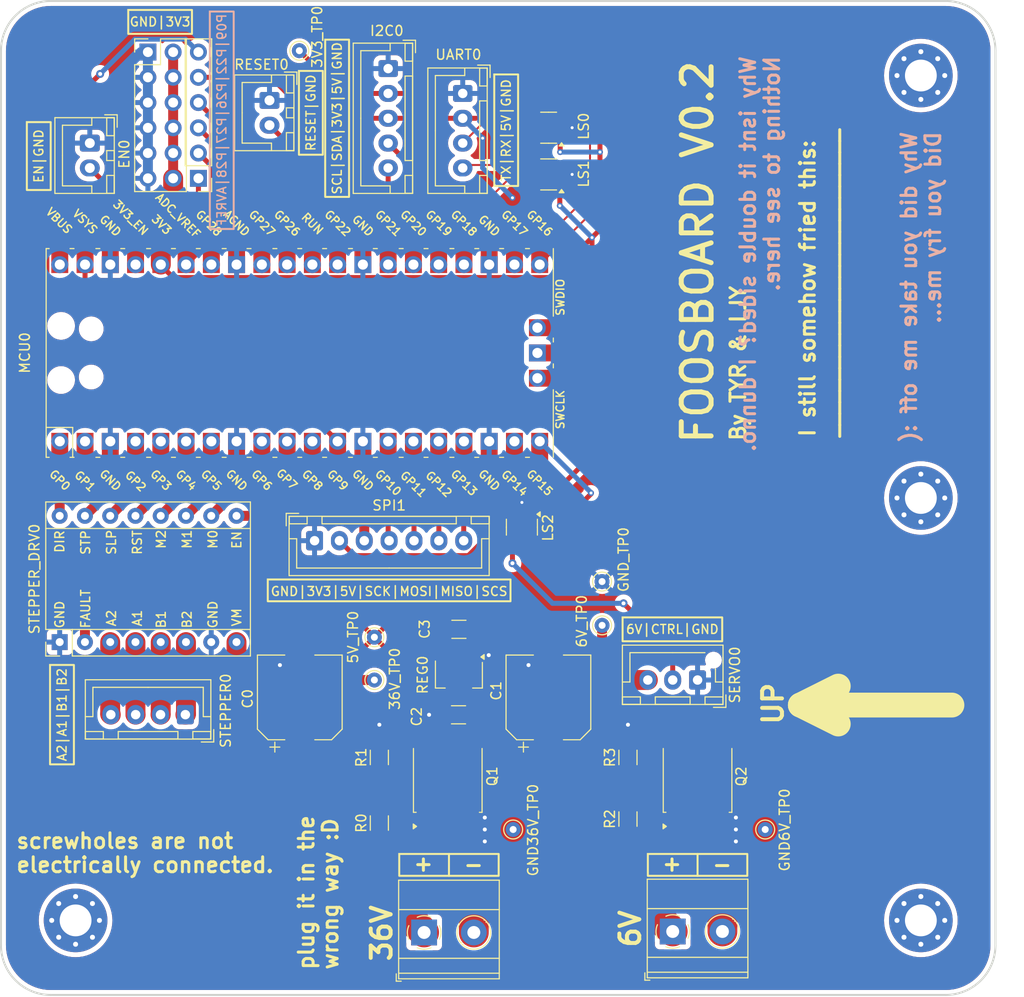
<source format=kicad_pcb>
(kicad_pcb (version 20240108) (generator "pcbnew") (generator_version "8.0")
  (layers (0 "F.Cu" signal) (31 "B.Cu" signal) (34 "B.Paste" user) (35 "F.Paste" user) (36 "B.SilkS" user "B.Silkscreen") (37 "F.SilkS" user "F.Silkscreen") (38 "B.Mask" user) (39 "F.Mask" user) (44 "Edge.Cuts" user))
  (net 0 "")
  (net 1 "+36V")
  (net 2 "GND")
  (net 3 "+6V")
  (net 4 "+5V")
  (net 5 "/DRV_STEP")
  (net 6 "/DRV_A2")
  (net 7 "/DRV_RESET")
  (net 8 "/DRV_EN")
  (net 9 "/DRV_B1")
  (net 10 "/DRV_B2")
  (net 11 "/DRV_SLEEP")
  (net 12 "/DRV_M1")
  (net 13 "/DRV_FAULT")
  (net 14 "/DRV_M0")
  (net 15 "/DRV_A1")
  (net 16 "/DRV_M2")
  (net 17 "/DRV_DIR")
  (net 18 "/EN")
  (net 19 "+3V3")
  (net 20 "/SCL0")
  (net 21 "/SDA0")
  (net 22 "/RX_5V")
  (net 23 "/TX_5V")
  (net 24 "/TX_DIR")
  (net 25 "/TX_3V3")
  (net 26 "/RX_DIR")
  (net 27 "/RX_3V3")
  (net 28 "/SERVO_DIR")
  (net 29 "/SERVO_5V")
  (net 30 "/SERVO_3V3")
  (net 31 "/GPIO9")
  (net 32 "/ADC0")
  (net 33 "/ADC1")
  (net 34 "/ADC2")
  (net 35 "/GPIO22")
  (net 36 "/MISO1")
  (net 37 "/ADC_VREF")
  (net 38 "/MOSI1")
  (net 39 "/SCK1")
  (net 40 "/RESET")
  (net 41 "/SCS1")
  (net 42 "GND36V")
  (net 43 "GND6V")
  (net 44 "Net-(Q1-G)")
  (net 45 "Net-(Q2-G)")
  (footprint "TestPoint:TestPoint_THTPad_D1.5mm_Drill0.7mm" (layer "F.Cu") (at 30 5)
    (property "Reference" "3V3_TP0")
    (property "Value" "TestPoint_Probe")
  )
  (footprint "Resistor_SMD:R_1206_3216Metric_Pad1.30x1.75mm_HandSolder" (layer "F.Cu") (at 63.0468 82.305 90)
    (property "Reference" "R2")
    (property "Value" "100kR")
  )
  (footprint "TestPoint:TestPoint_THTPad_D1.5mm_Drill0.7mm" (layer "F.Cu") (at 60.4418 58.41 -90)
    (property "Reference" "GND_TP0")
    (property "Value" "TestPoint_Probe")
  )
  (footprint "Package_TO_SOT_SMD:SOT-89-3" (layer "F.Cu") (at 46.0468 67.765 -90)
    (property "Reference" "REG0")
    (property "Value" "ME6210A50PG")
  )
  (footprint "Package_TO_SOT_SMD:SOT-23-6" (layer "F.Cu") (at 55.0693 12.75 180)
    (property "Reference" "LS0")
    (property "Value" "SN74LVC1T45DBV")
  )
  (footprint "Connector_JST:JST_XH_B3B-XH-AM_1x03_P2.50mm_Vertical" (layer "F.Cu") (at 70.0468 68.315 180)
    (property "Reference" "SERVO0")
    (property "Value" "Conn_01x03")
  )
  (footprint "Package_TO_SOT_SMD:TO-252-2" (layer "F.Cu") (at 70.0468 78.315 90)
    (property "Reference" "Q2")
    (property "Value" "FQD50N06")
  )
  (footprint "TestPoint:TestPoint_THTPad_D1.5mm_Drill0.7mm" (layer "F.Cu") (at 51.5 83.355)
    (property "Reference" "GND36V_TP0")
    (property "Value" "TestPoint_Probe")
  )
  (footprint "TerminalBlock_Phoenix:TerminalBlock_Phoenix_MKDS-1,5-2_1x02_P5.00mm_Horizontal" (layer "F.Cu") (at 67.5468 93.615)
    (property "Reference" "6VIN_0")
    (property "Value" "Screw_Terminal_01x02")
  )
  (footprint "Capacitor_SMD:C_1206_3216Metric_Pad1.33x1.80mm_HandSolder" (layer "F.Cu") (at 46.0468 63.215)
    (property "Reference" "C3")
    (property "Value" "10uF")
  )
  (footprint "MountingHole:MountingHole_3.2mm_M3_Pad_Via" (layer "F.Cu") (at 7.5 92.5)
    (property "Reference" "H4")
    (property "Value" "MountingHole_Pad")
  )
  (footprint "Resistor_SMD:R_1206_3216Metric_Pad1.30x1.75mm_HandSolder" (layer "F.Cu") (at 38.0468 82.705 90)
    (property "Reference" "R0")
    (property "Value" "100kR")
  )
  (footprint "RP-Pico Libraries:RPi_Pico_SMD_TH" (layer "F.Cu") (at 30.0418 35.41 90)
    (property "Reference" "MCU0")
    (property "Value" "Pico")
  )
  (footprint "Connector_JST:JST_XH_B2B-XH-A_1x02_P2.50mm_Vertical" (layer "F.Cu") (at 27 10 -90)
    (property "Reference" "RESET0")
    (property "Value" "Conn_01x02")
  )
  (footprint "Connector_PinHeader_2.54mm:PinHeader_2x06_P2.54mm_Vertical" (layer "F.Cu") (at 14.7718 5.14)
    (property "Reference" "3V3OUT_0" (hide yes))
    (property "Value" "Conn_02x06_Odd_Even")
  )
  (footprint "MountingHole:MountingHole_3.2mm_M3_Pad_Via" (layer "F.Cu") (at 92.5 92.5)
    (property "Reference" "H3")
    (property "Value" "MountingHole_Pad")
  )
  (footprint "Connector_JST:JST_XH_B4B-XH-A_1x04_P2.50mm_Vertical" (layer "F.Cu") (at 46.4318 9.3 -90)
    (property "Reference" "UART0")
    (property "Value" "Conn_01x04")
  )
  (footprint "Connector_JST:JST_XH_B2B-XH-A_1x02_P2.50mm_Vertical" (layer "F.Cu") (at 8.9318 14.3 -90)
    (property "Reference" "EN0")
    (property "Value" "Conn_01x02")
  )
  (footprint "Capacitor_SMD:C_1206_3216Metric_Pad1.33x1.80mm_HandSolder" (layer "F.Cu") (at 46.0093 71.815 180)
    (property "Reference" "C2")
    (property "Value" "10uF")
  )
  (footprint "Connector_JST:JST_XH_B4B-XH-A_1x04_P2.50mm_Vertical" (layer "F.Cu") (at 18.5418 71.8 180)
    (property "Reference" "STEPPER0")
    (property "Value" "Conn_01x04")
  )
  (footprint "Module:Pololu_Breakout-16_15.2x20.3mm" (layer "F.Cu") (at 5.9018 64.5 90)
    (property "Reference" "STEPPER_DRV0")
    (property "Value" "Pololu_Breakout_DRV8825")
  )
  (footprint "Connector_PinHeader_2.54mm:PinHeader_1x06_P2.54mm_Vertical" (layer "F.Cu") (at 19.8518 17.84 180)
    (property "Reference" "MISC0" (hide yes))
    (property "Value" "Conn_01x06")
  )
  (footprint "MountingHole:MountingHole_3.2mm_M3_Pad_Via" (layer "F.Cu") (at 92.5 7.5)
    (property "Reference" "H1")
    (property "Value" "MountingHole_Pad")
  )
  (footprint "TerminalBlock_Phoenix:TerminalBlock_Phoenix_MKDS-1,5-2_1x02_P5.00mm_Horizontal" (layer "F.Cu") (at 42.5468 93.715)
    (property "Reference" "36VIN_0")
    (property "Value" "Screw_Terminal_01x02")
  )
  (footprint "TestPoint:TestPoint_THTPad_D1.5mm_Drill0.7mm" (layer "F.Cu") (at 37.5468 68.315 90)
    (property "Reference" "36V_TP0")
    (property "Value" "TestPoint_Probe")
  )
  (footprint "TestPoint:TestPoint_THTPad_D1.5mm_Drill0.7mm" (layer "F.Cu") (at 60.4468 62.815 90)
    (property "Reference" "6V_TP0")
    (property "Value" "TestPoint_Probe")
  )
  (footprint "Capacitor_SMD:CP_Elec_8x10" (layer "F.Cu") (at 55.0468 70.065 90)
    (property "Reference" "C1")
    (property "Value" "100uF")
  )
  (footprint "Package_TO_SOT_SMD:TO-252-2" (layer "F.Cu") (at 44.9268 78.315 90)
    (property "Reference" "Q1")
    (property "Value" "FQD50N06")
  )
  (footprint "TestPoint:TestPoint_THTPad_D1.5mm_Drill0.7mm" (layer "F.Cu") (at 37.5468 64.01 90)
    (property "Reference" "5V_TP0")
    (property "Value" "TestPoint_Probe")
  )
  (footprint "MountingHole:MountingHole_3.2mm_M3_Pad_Via" (layer "F.Cu") (at 92.5 50)
    (property "Reference" "H2")
    (property "Value" "MountingHole_Pad")
  )
  (footprint "Resistor_SMD:R_1206_3216Metric_Pad1.30x1.75mm_HandSolder" (layer "F.Cu") (at 38.0468 76.105 90)
    (property "Reference" "R1")
    (property "Value" "6.2kR")
  )
  (footprint "Resistor_SMD:R_1206_3216Metric_Pad1.30x1.75mm_HandSolder" (layer "F.Cu") (at 63.0468 76.105 90)
    (property "Reference" "R3")
    (property "Value" "51kR")
  )
  (footprint "Connector_JST:JST_XH_B7B-XH-A_1x07_P2.50mm_Vertical" (layer "F.Cu") (at 31.5318 54.3)
    (property "Reference" "SPI1")
    (property "Value" "Conn_01x07")
  )
  (footprint "TestPoint:TestPoint_THTPad_D1.5mm_Drill0.7mm" (layer "F.Cu") (at 76.8468 83.355)
    (property "Reference" "GND6V_TP0")
    (property "Value" "TestPoint_Probe")
  )
  (footprint "Connector_JST:JST_XH_B5B-XH-A_1x05_P2.50mm_Vertical" (layer "F.Cu") (at 38.9318 6.8 -90)
    (property "Reference" "I2C0")
    (property "Value" "Conn_01x05")
  )
  (footprint "Package_TO_SOT_SMD:SOT-23-6" (layer "F.Cu") (at 55.0693 17.45 180)
    (property "Reference" "LS1")
    (property "Value" "SN74LVC1T45DBV")
  )
  (footprint "Capacitor_SMD:CP_Elec_8x10" (layer "F.Cu") (at 30.0468 70.065 90)
    (property "Reference" "C0")
    (property "Value" "100uF")
  )
  (footprint "Package_TO_SOT_SMD:SOT-23-6" (layer "F.Cu") (at 52.3818 52.9375 -90)
    (property "Reference" "LS2")
    (property "Value" "SN74LVC1T45DBV" (hide yes))
  )
  (gr_rect (start 65.0468 85.815) (end 75.0468 88.015) (stroke (width 0.2)) (fill none) (layer "F.SilkS"))
  (gr_rect (start 40.0468 85.815) (end 50.0468 88.015) (stroke (width 0.2)) (fill none) (layer "F.SilkS"))
  (gr_line (start 45.0468 88.015) (end 45.0468 85.815) (stroke (width 0.2)) (layer "F.SilkS"))
  (gr_line (start 70.0468 88.015) (end 70.0468 85.815) (stroke (width 0.2)) (layer "F.SilkS"))
  (gr_arc (start 95 0) (mid 98.535534 1.464466) (end 100 5) (stroke (width 0.2)) (layer "Edge.Cuts"))
  (gr_arc (start 0 5) (mid 1.464466 1.464466) (end 5 0) (stroke (width 0.2)) (layer "Edge.Cuts"))
  (gr_arc (start 5 100) (mid 1.464466 98.535534) (end 0 95) (stroke (width 0.2)) (layer "Edge.Cuts"))
  (gr_line (start 0 95) (end 0 5) (stroke (width 0.2)) (layer "Edge.Cuts"))
  (gr_line (start 95 100) (end 5 100) (stroke (width 0.2)) (layer "Edge.Cuts"))
  (gr_line (start 100 5) (end 100 95) (stroke (width 0.2)) (layer "Edge.Cuts"))
  (gr_arc (start 100 95) (mid 98.535534 98.535534) (end 95 100) (stroke (width 0.2)) (layer "Edge.Cuts"))
  (gr_line (start 5 0) (end 95 0) (stroke (width 0.2)) (layer "Edge.Cuts"))
  (gr_text "Why isnt it double sided? I dunno.\nNothing to see here." (at 78.4 5.4 90) (layer "B.SilkS") (effects (font (size 1.5 1.5) (thickness 0.3) (bold yes)) (justify left bottom mirror)))
  (gr_text "Why did you take me off :(\nDid you fry me..." (at 94.6 13 90) (layer "B.SilkS") (effects (font (size 1.5 1.5) (thickness 0.3) (bold yes)) (justify left bottom mirror)))
  (gr_text "By TYR & LJY" (at 75 44.4 90) (layer "F.SilkS") (effects (font (size 1.5 1.5) (thickness 0.3) (bold yes)) (justify left bottom)))
  (gr_text "M0" (at 21.8318 55.2 90) (layer "F.SilkS") (effects (font (size 0.9 0.9)) (justify left bottom)))
  (gr_text "UP" (at 78.8 73 90) (layer "F.SilkS") (effects (font (size 2 2) (thickness 0.4) (bold yes)) (justify left bottom)))
  (gr_text "FAULT" (at 9.0318 63.2 90) (layer "F.SilkS") (effects (font (size 0.9 0.9)) (justify left bottom)))
  (gr_text "+" (at 43.2468 88.015 90) (layer "F.SilkS") (effects (font (size 1.5 1.5) (thickness 0.3) (bold yes)) (justify left bottom)))
  (gr_text "I still somehow fried this:\n___________________________" (at 84.4 44 90) (layer "F.SilkS") (effects (font (size 1.5 1.5) (thickness 0.3) (bold yes)) (justify left bottom)))
  (gr_text "EN" (at 24.2318 55.2 90) (layer "F.SilkS") (effects (font (size 0.9 0.9)) (justify left bottom)))
  (gr_text "FOOSBOARD V0.2" (at 71.8 44.8 90) (layer "F.SilkS") (effects (font (size 3 3) (thickness 0.5) (bold yes)) (justify left bottom)))
  (gr_text "M2" (at 16.6318 55.2 90) (layer "F.SilkS") (effects (font (size 0.9 0.9)) (justify left bottom)))
  (gr_text "36V\n" (at 39.4468 96.815 90) (layer "F.SilkS") (effects (font (size 2 2) (thickness 0.4) (bold yes)) (justify left bottom)))
  (gr_text "-" (at 48.6468 86.215 180) (layer "F.SilkS") (effects (font (size 1.5 1.5) (thickness 0.3) (bold yes)) (justify left bottom)))
  (gr_text "GND" (at 21.8318 63.2 90) (layer "F.SilkS") (effects (font (size 0.9 0.9)) (justify left bottom)))
  (gr_text "-" (at 73.6468 86.215 180) (layer "F.SilkS") (effects (font (size 1.5 1.5) (thickness 0.3) (bold yes)) (justify left bottom)))
  (gr_text "GND" (at 6.4318 63.2 90) (layer "F.SilkS") (effects (font (size 0.9 0.9)) (justify left bottom)))
  (gr_text "RST" (at 14.2318 55.8 90) (layer "F.SilkS") (effects (font (size 0.9 0.9)) (justify left bottom)))
  (gr_text "SLP" (at 11.6318 55.8 90) (layer "F.SilkS") (effects (font (size 0.9 0.9)) (justify left bottom)))
  (gr_text "screwholes are not\nelectrically connected." (at 1.4 87.8 0) (layer "F.SilkS") (effects (font (size 1.5 1.5) (thickness 0.3)) (justify left bottom)))
  (gr_text "A2" (at 11.6318 63 90) (layer "F.SilkS") (effects (font (size 0.9 0.9)) (justify left bottom)))
  (gr_text "B1" (at 16.6318 63.2 90) (layer "F.SilkS") (effects (font (size 0.9 0.9)) (justify left bottom)))
  (gr_text "B2" (at 19.2318 63.2 90) (layer "F.SilkS") (effects (font (size 0.9 0.9)) (justify left bottom)))
  (gr_text "↑" (at 98.2 63 90) (layer "F.SilkS") (effects (font (size 20 10) (thickness 2.5) (bold yes)) (justify left bottom mirror)))
  (gr_text "plug it in the\nwrong way :D" (at 34 97.6 90) (layer "F.SilkS") (effects (font (size 1.5 1.5) (thickness 0.3)) (justify left bottom)))
  (gr_text "M1" (at 19.2318 55.2 90) (layer "F.SilkS") (effects (font (size 0.9 0.9)) (justify left bottom)))
  (gr_text "STP" (at 9.0318 55.8 90) (layer "F.SilkS") (effects (font (size 0.9 0.9)) (justify left bottom)))
  (gr_text "A1" (at 14.2318 63 90) (layer "F.SilkS") (effects (font (size 0.9 0.9)) (justify left bottom)))
  (gr_text "+" (at 68.2468 88.015 90) (layer "F.SilkS") (effects (font (size 1.5 1.5) (thickness 0.3) (bold yes)) (justify left bottom)))
  (gr_text "6V\n" (at 64.4468 95.415 90) (layer "F.SilkS") (effects (font (size 2 2) (thickness 0.4) (bold yes)) (justify left bottom)))
  (gr_text "DIR" (at 6.4318 55.6 90) (layer "F.SilkS") (effects (font (size 0.9 0.9)) (justify left bottom)))
  (gr_text "VM" (at 24.2318 63 90) (layer "F.SilkS") (effects (font (size 0.9 0.9)) (justify left bottom)))
  (gr_text_box "P09|P22|P26|P27|P28|AVREF" (start 21 1.0619) (end 23.4 22.9381) (angle 90) (layer "B.SilkS") (effects (font (size 0.9 0.9) (thickness 0.15) (bold yes)) (justify top mirror)) (border yes) (stroke (width 0.2)))
  (gr_text_box "GND|3V3" (start 12.7959 0.9) (end 19.2041 3.31) (layer "F.SilkS") (effects (font (size 0.9 0.9) (thickness 0.15) (bold yes)) (justify top)) (border yes) (stroke (width 0.2)))
  (gr_text_box "6V|CTRL|GND" (start 62.507 62.015) (end 72.523 64.415) (layer "F.SilkS") (effects (font (size 0.9 0.9) (thickness 0.15) (bold yes)) (justify top)) (border yes) (stroke (width 0.2)))
  (gr_text_box "SCL|SDA|3V3|5V|GND" (start 32.6 3.8904) (end 35 19.7096) (angle 90) (layer "F.SilkS") (effects (font (size 0.9 0.9) (thickness 0.15) (bold yes)) (justify top)) (border yes) (stroke (width 0.2)))
  (gr_text_box "GND|3V3|5V|SCK|MOSI|MISO|SCS" (start 26.8278 58.2) (end 51.2358 60.392) (layer "F.SilkS") (effects (font (size 0.9 0.9) (thickness 0.15) (bold yes)) (justify top)) (border yes) (stroke (width 0.2)))
  (gr_text_box "TX|RX|5V|GND" (start 49.6 7.3904) (end 52 18.6096) (angle 90) (layer "F.SilkS") (effects (font (size 0.9 0.9) (thickness 0.15) (bold yes)) (justify top)) (border yes) (stroke (width 0.2)))
  (gr_text_box "RESET|GND" (start 29.96 7.0341) (end 32.36 15.4659) (angle 90) (layer "F.SilkS") (effects (font (size 0.9 0.9) (thickness 0.15) (bold yes)) (justify top)) (border yes) (stroke (width 0.2)))
  (gr_text_box "EN|GND" (start 2.6 12.1841) (end 5 19.0159) (angle 90) (layer "F.SilkS") (effects (font (size 0.9 0.9) (thickness 0.15) (bold yes)) (justify top)) (border yes) (stroke (width 0.2)))
  (gr_text_box "A2|A1|B1|B2" (start 4.9318 66.8) (end 7.3318 76.8) (angle 90) (layer "F.SilkS") (effects (font (size 0.9 0.9) (thickness 0.15) (bold yes)) (justify top)) (border yes) (stroke (width 0.2)))
  (segment (start 30.0468 78.215) (end 30.3968 78.565) (width 3) (layer "F.Cu") (net 1))
  (segment (start 37.5468 68.315) (end 35.0468 68.315) (width 1) (layer "F.Cu") (net 1))
  (segment (start 36.0868 84.255) (end 30.3968 78.565) (width 3) (layer "F.Cu") (net 1))
  (segment (start 38.0468 89.215) (end 38.0468 84.255) (width 3) (layer "F.Cu") (net 1))
  (segment (start 42.5468 93.715) (end 38.0468 89.215) (width 3) (layer "F.Cu") (net 1))
  (segment (start 35.0468 68.315) (end 30.0468 73.315) (width 1) (layer "F.Cu") (net 1))
  (segment (start 38.0468 84.255) (end 36.0868 84.255) (width 3) (layer "F.Cu") (net 1))
  (segment (start 30.0468 73.315) (end 30.0468 78.215) (width 3) (layer "F.Cu") (net 1))
  (segment (start 23.6818 66.95) (end 30.0468 73.315) (width 2) (layer "F.Cu") (net 1))
  (segment (start 23.6818 64.5) (end 23.6818 66.95) (width 2) (layer "F.Cu") (net 1))
  (segment (start 73.7 82.155) (end 73.9 82.155) (width 2) (layer "F.Cu") (net 2))
  (segment (start 30.0468 66.815) (end 28.0468 66.815) (width 1) (layer "F.Cu") (net 2))
  (segment (start 47.25 83.355) (end 48.45 82.155) (width 2) (layer "F.Cu") (net 2))
  (segment (start 47.5468 65.815) (end 49.0468 65.815) (width 1) (layer "F.Cu") (net 2))
  (segment (start 47.5468 65.815) (end 47.5468 63.2775) (width 1) (layer "F.Cu") (net 2))
  (segment (start 47.25 83.355) (end 48.45 84.555) (width 2) (layer "F.Cu") (net 2))
  (segment (start 56.2068 17.45) (end 57.4318 17.45) (width 0.5) (layer "F.Cu") (net 2))
  (segment (start 63.0468 74.555) (end 63.0468 72.815) (width 1) (layer "F.Cu") (net 2))
  (segment (start 47.25 83.355) (end 48.65 83.355) (width 2) (layer "F.Cu") (net 2))
  (segment (start 72.5 83.355) (end 73.7 84.555) (width 2) (layer "F.Cu") (net 2))
  (segment (start 73.9 82.155) (end 73.9 84.555) (width 2) (layer "F.Cu") (net 2))
  (segment (start 55.0468 66.815) (end 53.0468 66.815) (width 1) (layer "F.Cu") (net 2))
  (segment (start 48.45 82.155) (end 48.65 82.155) (width 2) (layer "F.Cu") (net 2))
  (segment (start 52.3818 50.45) (end 52.3818 51.8) (width 0.5) (layer "F.Cu") (net 2))
  (segment (start 72.5 83.355) (end 73.7 82.155) (width 2) (layer "F.Cu") (net 2))
  (segment (start 73.7 84.555) (end 73.9 84.555) (width 2) (layer "F.Cu") (net 2))
  (segment (start 44.4468 71.815) (end 43.0468 71.815) (width 1) (layer "F.Cu") (net 2))
  (segment (start 72.5 83.355) (end 73.9 83.355) (width 2) (layer "F.Cu") (net 2))
  (segment (start 48.65 82.155) (end 48.65 84.555) (width 2) (layer "F.Cu") (net 2))
  (segment (start 48.45 84.555) (end 48.65 84.555) (width 2) (layer "F.Cu") (net 2))
  (segment (start 38.0468 74.555) (end 38.0468 72.815) (width 1) (layer "F.Cu") (net 2))
  (segment (start 56.2068 12.75) (end 57.4318 12.75) (width 0.5) (layer "F.Cu") (net 2))
  (segment (start 47.5468 63.2775) (end 47.6093 63.215) (width 1) (layer "F.Cu") (net 2))
  (via (at 73.9 84.555) (size 0.8) (drill 0.4) (layers "F.Cu" "B.Cu") (net 2))
  (via (at 57.4318 17.45) (size 0.6) (drill 0.3) (layers "F.Cu" "B.Cu") (net 2))
  (via (at 63.0468 72.815) (size 0.8) (drill 0.4) (layers "F.Cu" "B.Cu") (net 2))
  (via (at 28.0468 66.815) (size 0.8) (drill 0.4) (layers "F.Cu" "B.Cu") (net 2))
  (via (at 52.3818 50.45) (size 0.6) (drill 0.3) (layers "F.Cu" "B.Cu") (net 2))
  (via (at 57.4318 12.75) (size 0.6) (drill 0.3) (layers "F.Cu" "B.Cu") (net 2))
  (via (at 73.9 83.355) (size 0.8) (drill 0.4) (layers "F.Cu" "B.Cu") (net 2))
  (via (at 48.65 83.355) (size 0.8) (drill 0.4) (layers "F.Cu" "B.Cu") (net 2))
  (via (at 43.0468 71.815) (size 0.8) (drill 0.4) (layers "F.Cu" "B.Cu") (net 2))
  (via (at 48.65 82.155) (size 0.8) (drill 0.4) (layers "F.Cu" "B.Cu") (net 2))
  (via (at 53.0468 66.815) (size 0.8) (drill 0.4) (layers "F.Cu" "B.Cu") (net 2))
  (via (at 38.0468 72.815) (size 0.8) (drill 0.4) (layers "F.Cu" "B.Cu") (net 2))
  (via (at 73.9 82.155) (size 0.8) (drill 0.4) (layers "F.Cu" "B.Cu") (net 2))
  (via (at 49.0468 65.815) (size 0.8) (drill 0.4) (layers "F.Cu" "B.Cu") (net 2))
  (via (at 48.65 84.555) (size 0.8) (drill 0.4) (layers "F.Cu" "B.Cu") (net 2))
  (segment (start 14.7718 5.14) (end 14.7718 17.84) (width 1) (layer "B.Cu") (net 2))
  (segment (start 14.0918 5.14) (end 12.4318 6.8) (width 1) (layer "B.Cu") (net 2))
  (segment (start 14.7718 5.14) (end 14.0918 5.14) (width 1) (layer "B.Cu") (net 2))
  (segment (start 60.0468 68.315) (end 55.0468 73.315) (width 2) (layer "F.Cu") (net 3))
  (segment (start 46.0468 70.29) (end 47.5718 71.815) (width 1) (layer "F.Cu") (net 3))
  (segment (start 60.4468 67.915) (end 60.0468 68.315) (width 1) (layer "F.Cu") (net 3))
  (segment (start 53.5468 71.815) (end 55.0468 73.315) (width 2) (layer "F.Cu") (net 3))
  (segment (start 55.0468 76.73) (end 55.0468 73.315) (width 3) (layer "F.Cu") (net 3))
  (segment (start 60.4468 62.815) (end 60.4468 67.915) (width 1) (layer "F.Cu") (net 3))
  (segment (start 46.0468 65.9025) (end 46.0468 70.29) (width 1) (layer "F.Cu") (net 3))
  (segment (start 62.1718 83.855) (end 55.0468 76.73) (width 3) (layer "F.Cu") (net 3))
  (segment (start 63.0468 89.115) (end 67.5468 93.615) (width 3) (layer "F.Cu") (net 3))
  (segment (start 63.0468 83.855) (end 62.1718 83.855) (width 3) (layer "F.Cu") (net 3))
  (segment (start 63.0468 83.855) (end 63.0468 89.115) (width 3) (layer "F.Cu") (net 3))
  (segment (start 65.0468 68.315) (end 60.0468 68.315) (width 2) (layer "F.Cu") (net 3))
  (segment (start 47.5718 71.815) (end 53.5468 71.815) (width 2) (layer "F.Cu") (net 3))
  (segment (start 36.5318 51.9) (end 34.9318 50.3) (width 1) (layer "F.Cu") (net 4))
  (segment (start 48.5318 13.7) (end 48.4318 13.8) (width 0.5) (layer "F.Cu") (net 4))
  (segment (start 53.3318 54.075) (end 54.9318 52.475) (width 0.5) (layer "F.Cu") (net 4))
  (segment (start 52.8318 18.4) (end 51.4318 19.8) (width 0.5) (layer "F.Cu") (net 4))
  (segment (start 44.5468 65.815) (end 44.5468 63.2775) (width 1) (layer "F.Cu") (net 4))
  (segment (start 36.5318 54.3) (end 36.5318 51.9) (width 1) (layer "F.Cu") (net 4))
  (segment (start 44.5468 63.2775) (end 44.4843 63.215) (width 1) (layer "F.Cu") (net 4))
  (segment (start 54.9318 52.475) (end 54.9318 51.8) (width 0.5) (layer "F.Cu") (net 4))
  (segment (start 53.9318 13.7) (end 48.5318 13.7) (width 0.5) (layer "F.Cu") (net 4))
  (segment (start 53.9318 18.4) (end 52.8318 18.4) (width 0.5) (layer "F.Cu") (net 4))
  (via (at 51.4318 19.8) (size 0.6) (drill 0.3) (layers "F.Cu" "B.Cu") (net 4))
  (via (at 48.4318 13.8) (size 0.6) (drill 0.3) (layers "F.Cu" "B.Cu") (net 4))
  (segment (start 48.4318 16.8) (end 51.4318 19.8) (width 0.5) (layer "B.Cu") (net 4))
  (segment (start 48.4318 13.8) (end 48.4318 16.8) (width 0.5) (layer "B.Cu") (net 4))
  (segment (start 46.4318 11.8) (end 48.4318 13.8) (width 0.5) (layer "B.Cu") (net 4))
  (segment (start 13.5318 44.3) (end 13.5318 46.71) (width 1) (layer "F.Cu") (net 5))
  (segment (start 13.5318 46.71) (end 8.4418 51.8) (width 1) (layer "F.Cu") (net 5))
  (segment (start 10.9818 64.5) (end 10.9818 71.74) (width 2) (layer "F.Cu") (net 6))
  (segment (start 10.9818 71.74) (end 11.0418 71.8) (width 2) (layer "F.Cu") (net 6))
  (segment (start 18.6118 46.71) (end 18.6118 44.3) (width 1) (layer "F.Cu") (net 7))
  (segment (start 13.5218 51.8) (end 18.6118 46.71) (width 1) (layer "F.Cu") (net 7))
  (segment (start 31.3118 44.3) (end 31.3118 46.72) (width 1) (layer "F.Cu") (net 8))
  (segment (start 31.3118 46.72) (end 26.2318 51.8) (width 1) (layer "F.Cu") (net 8))
  (segment (start 26.2318 51.8) (end 23.6818 51.8) (width 1) (layer "F.Cu") (net 8))
  (segment (start 16.0618 71.78) (end 16.0418 71.8) (width 2) (layer "F.Cu") (net 9))
  (segment (start 16.0618 64.5) (end 16.0618 71.78) (width 2) (layer "F.Cu") (net 9))
  (segment (start 18.6018 64.5) (end 18.6018 71.74) (width 2) (layer "F.Cu") (net 10))
  (segment (start 18.6018 71.74) (end 18.5418 71.8) (width 2) (layer "F.Cu") (net 10))
  (segment (start 16.0718 44.3) (end 16.0718 46.71) (width 1) (layer "F.Cu") (net 11))
  (segment (start 16.0718 46.71) (end 10.9818 51.8) (width 1) (layer "F.Cu") (net 11))
  (segment (start 25.0318 48) (end 22.4018 48) (width 1) (layer "F.Cu") (net 12))
  (segment (start 26.2318 44.3) (end 26.2318 46.8) (width 1) (layer "F.Cu") (net 12))
  (segment (start 22.4018 48) (end 18.6018 51.8) (width 1) (layer "F.Cu") (net 12))
  (segment (start 26.2318 46.8) (end 25.0318 48) (width 1) (layer "F.Cu") (net 12))
  (segment (start 3.8318 48.8) (end 5.9118 46.72) (width 1) (layer "F.Cu") (net 13))
  (segment (start 8.4418 64.5) (end 8.4418 62.61) (width 1) (layer "F.Cu") (net 13))
  (segment (start 8.4418 62.61) (end 3.8318 58) (width 1) (layer "F.Cu") (net 13))
  (segment (start 3.8318 58) (end 3.8318 48.8) (width 1) (layer "F.Cu") (net 13))
  (segment (start 5.9118 46.72) (end 5.9118 44.3) (width 1) (layer "F.Cu") (net 13))
  (segment (start 25.6318 49.8) (end 28.7718 46.66) (width 1) (layer "F.Cu") (net 14))
  (segment (start 21.1418 51.8) (end 23.1418 49.8) (width 1) (layer "F.Cu") (net 14))
  (segment (start 28.7718 46.66) (end 28.7718 44.3) (width 1) (layer "F.Cu") (net 14))
  (segment (start 23.1418 49.8) (end 25.6318 49.8) (width 1) (layer "F.Cu") (net 14))
  (segment (start 13.5218 71.78) (end 13.5418 71.8) (width 2) (layer "F.Cu") (net 15))
  (segment (start 13.5218 64.5) (end 13.5218 71.78) (width 2) (layer "F.Cu") (net 15))
  (segment (start 21.1518 46.71) (end 21.1518 44.3) (width 1) (layer "F.Cu") (net 16))
  (segment (start 16.0618 51.8) (end 21.1518 46.71) (width 1) (layer "F.Cu") (net 16))
  (segment (start 8.4518 44.3) (end 8.4518 46.78) (width 1) (layer "F.Cu") (net 17))
  (segment (start 8.4518 46.78) (end 5.9018 49.33) (width 1) (layer "F.Cu") (net 17))
  (segment (start 5.9018 49.33) (end 5.9018 51.8) (width 1) (layer "F.Cu") (net 17))
  (segment (start 13.5318 21.4) (end 13.5318 26.52) (width 0.5) (layer "F.Cu") (net 18))
  (segment (start 8.9318 16.8) (end 13.5318 21.4) (width 0.5) (layer "F.Cu") (net 18))
  (segment (start 60.2318 23) (end 60.2318 15.2) (width 0.5) (layer "F.Cu") (net 19))
  (segment (start 52.831799 52.9625) (end 49.832778 52.9625) (width 0.5) (layer "F.Cu") (net 19))
  (segment (start 41.7318 9.3) (end 45.2318 5.8) (width 0.5) (layer "F.Cu") (net 19))
  (segment (start 53.3318 51.8) (end 53.3318 52.462499) (width 0.5) (layer "F.Cu") (net 19))
  (segment (start 56.2318 13.725) (end 56.2068 13.7) (width 0.5) (layer "F.Cu") (net 19))
  (segment (start 53.3318 51.8) (end 59.4318 45.7) (width 0.5) (layer "F.Cu") (net 19))
  (segment (start 53.3318 52.462499) (end 52.831799 52.9625) (width 0.5) (layer "F.Cu") (net 19))
  (segment (start 17.3118 20.98) (end 16.0718 22.22) (width 2) (layer "F.Cu") (net 19))
  (segment (start 16.0718 22.22) (end 16.0718 26.52) (width 2) (layer "F.Cu") (net 19))
  (segment (start 38.9318 9.3) (end 41.7318 9.3) (width 0.5) (layer "F.Cu") (net 19))
  (segment (start 16.0718 24.66) (end 16.0718 26.58) (width 0.5) (layer "F.Cu") (net 19))
  (segment (start 46.995278 55.8) (end 35.5318 55.8) (width 0.5) (layer "F.Cu") (net 19))
  (segment (start 59.4318 45.7) (end 59.4318 23.8) (width 0.5) (layer "F.Cu") (net 19))
  (segment (start 35.5318 55.8) (end 34.0318 54.3) (width 0.5) (layer "F.Cu") (net 19))
  (segment (start 17.3118 27.82) (end 55.4118 27.82) (width 0.5) (layer "F.Cu") (net 19))
  (segment (start 17.3118 17.84) (end 17.3118 20.98) (width 2) (layer "F.Cu") (net 19))
  (segment (start 53.0318 5.8) (end 60.2318 13) (width 0.5) (layer "F.Cu") (net 19))
  (segment (start 49.832778 52.9625) (end 46.995278 55.8) (width 0.5) (layer "F.Cu") (net 19))
  (segment (start 59.4318 23.8) (end 60.2318 23) (width 0.5) (layer "F.Cu") (net 19))
  (segment (start 56.2318 15.2) (end 56.2318 13.725) (width 0.5) (layer "F.Cu") (net 19))
  (segment (start 56.194658 20.599391) (end 56.194658 18.412142) (width 0.5) (layer "F.Cu") (net 19))
  (segment (start 16.0718 26.58) (end 17.3118 27.82) (width 0.5) (layer "F.Cu") (net 19))
  (segment (start 45.2318 5.8) (end 53.0318 5.8) (width 0.5) (layer "F.Cu") (net 19))
  (segment (start 38.9318 9.3) (end 34.3 9.3) (width 0.5) (layer "F.Cu") (net 19))
  (segment (start 17.3118 5.14) (end 17.3118 17.84) (width 1) (layer "F.Cu") (net 19))
  (segment (start 16.0718 26.52) (end 16.0718 24.66) (width 0.5) (layer "F.Cu") (net 19))
  (segment (start 34.3 9.3) (end 30 5) (width 0.5) (layer "F.Cu") (net 19))
  (segment (start 56.194658 18.412142) (end 56.2068 18.4) (width 0.5) (layer "F.Cu") (net 19))
  (segment (start 60.2318 13) (end 60.2318 15.2) (width 0.5) (layer "F.Cu") (net 19))
  (segment (start 55.4118 27.82) (end 59.4318 23.8) (width 0.5) (layer "F.Cu") (net 19))
  (via (at 56.2318 15.2) (size 0.6) (drill 0.3) (layers "F.Cu" "B.Cu") (net 19))
  (via (at 59.4318 23.8) (size 0.6) (drill 0.3) (layers "F.Cu" "B.Cu") (net 19))
  (via (at 56.194658 20.599391) (size 0.6) (drill 0.3) (layers "F.Cu" "B.Cu") (net 19))
  (via (at 60.2318 15.2) (size 0.6) (drill 0.3) (layers "F.Cu" "B.Cu") (net 19))
  (segment (start 60.2318 15.2) (end 56.2318 15.2) (width 0.5) (layer "B.Cu") (net 19))
  (segment (start 59.4318 23.8) (end 56.2318 20.6) (width 0.5) (layer "B.Cu") (net 19))
  (segment (start 38.9318 26.52) (end 38.9318 16.8) (width 0.5) (layer "F.Cu") (net 20))
  (segment (start 41.4718 26.52) (end 41.4718 16.84) (width 0.5) (layer "F.Cu") (net 21))
  (segment (start 41.4718 16.84) (end 38.9318 14.3) (width 0.5) (layer "F.Cu") (net 21))
  (segment (start 53.9318 16.5) (end 46.7318 16.5) (width 0.2) (layer "F.Cu") (net 22))
  (segment (start 46.7318 16.5) (end 46.4318 16.8) (width 0.2) (layer "F.Cu") (net 22))
  (segment (start 48.9318 11.8) (end 53.9318 11.8) (width 0.2) (layer "F.Cu") (net 23))
  (segment (start 46.4318 14.3) (end 48.9318 11.8) (width 0.2) (layer "F.Cu") (net 23))
  (segment (start 55.0818 13.237501) (end 55.0818 19.15) (width 0.2) (layer "F.Cu") (net 24))
  (segment (start 46.5518 24.96) (end 46.5518 26.52) (width 0.2) (layer "F.Cu") (net 24))
  (segment (start 54.594299 12.75) (end 55.0818 13.237501) (width 0.2) (layer "F.Cu") (net 24))
  (segment (start 55.0818 19.15) (end 50.838748 23.393052) (width 0.2) (layer "F.Cu") (net 24))
  (segment (start 50.838748 23.393052) (end 48.118748 23.393052) (width 0.2) (layer "F.Cu") (net 24))
  (segment (start 48.118748 23.393052) (end 46.5518 24.96) (width 0.2) (layer "F.Cu") (net 24))
  (segment (start 53.9318 12.75) (end 54.594299 12.75) (width 0.2) (layer "F.Cu") (net 24))
  (segment (start 57.330329 11.8) (end 59.2318 13.701471) (width 0.2) (layer "F.Cu") (net 25))
  (segment (start 59.2318 13.701471) (end 59.2318 21.46) (width 0.2) (layer "F.Cu") (net 25))
  (segment (start 56.2068 11.8) (end 57.330329 11.8) (width 0.2) (layer "F.Cu") (net 25))
  (segment (start 59.2318 21.46) (end 54.1718 26.52) (width 0.2) (layer "F.Cu") (net 25))
  (segment (start 44.0118 24.96) (end 44.0118 26.52) (width 0.2) (layer "F.Cu") (net 26))
  (segment (start 51.5218 17.45) (end 44.0118 24.96) (width 0.2) (layer "F.Cu") (net 26))
  (segment (start 53.9318 17.45) (end 51.5218 17.45) (width 0.2) (layer "F.Cu") (net 26))
  (segment (start 57.9318 16.5) (end 58.4318 17) (width 0.2) (layer "F.Cu") (net 27))
  (segment (start 56.2068 16.5) (end 57.9318 16.5) (width 0.2) (layer "F.Cu") (net 27))
  (segment (start 55.6318 23) (end 52.8318 23) (width 0.2) (layer "F.Cu") (net 27))
  (segment (start 52.8318 23) (end 51.6318 24.2) (width 0.2) (layer "F.Cu") (net 27))
  (segment (start 58.4318 20.2) (end 55.6318 23) (width 0.2) (layer "F.Cu") (net 27))
  (segment (start 58.4318 17) (end 58.4318 20.2) (width 0.2) (layer "F.Cu") (net 27))
  (segment (start 51.6318 24.2) (end 51.6318 26.52) (width 0.2) (layer "F.Cu") (net 27))
  (segment (start 52.8693 55.1875) (end 52.3818 54.7) (width 0.5) (layer "F.Cu") (net 28))
  (segment (start 52.3818 54.7) (end 52.3818 54.075) (width 0.5) (layer "F.Cu") (net 28))
  (segment (start 59.3318 49.590184) (end 53.734484 55.1875) (width 0.5) (layer "F.Cu") (net 28))
  (segment (start 59.3318 49.5) (end 59.3318 49.590184) (width 0.5) (layer "F.Cu") (net 28))
  (segment (start 53.734484 55.1875) (end 52.8693 55.1875) (width 0.5) (layer "F.Cu") (net 28))
  (via (at 59.3318 49.5) (size 0.6) (drill 0.3) (layers "F.Cu" "B.Cu") (net 28))
  (segment (start 59.3318 49.5) (end 59.3318 49.46) (width 0.5) (layer "B.Cu") (net 28))
  (segment (start 59.3318 49.46) (end 54.1718 44.3) (width 0.5) (layer "B.Cu") (net 28))
  (segment (start 62.6 60.6) (end 67.5468 65.5468) (width 0.5) (layer "F.Cu") (net 29))
  (segment (start 51.4318 56.5682) (end 51.4318 54.075) (width 0.5) (layer "F.Cu") (net 29))
  (segment (start 67.5468 65.5468) (end 67.5468 68.315) (width 0.5) (layer "F.Cu") (net 29))
  (via (at 51.4318 56.5682) (size 0.8) (drill 0.4) (layers "F.Cu" "B.Cu") (net 29))
  (via (at 62.6 60.6) (size 0.8) (drill 0.4) (layers "F.Cu" "B.Cu") (net 29))
  (segment (start 55.4636 60.6) (end 62.6 60.6) (width 0.5) (layer "B.Cu") (net 29))
  (segment (start 51.4318 56.5682) (end 55.4636 60.6) (width 0.5) (layer "B.Cu") (net 29))
  (segment (start 51.4318 51.8) (end 51.4318 44.5) (width 0.5) (layer "F.Cu") (net 30))
  (segment (start 51.4318 44.5) (end 51.6318 44.3) (width 0.5) (layer "F.Cu") (net 30))
  (segment (start 6.0918 29.3) (end 18.8518 29.3) (width 0.5) (layer "F.Cu") (net 31))
  (segment (start 4.6118 27.82) (end 6.0918 29.3) (width 0.5) (layer "F.Cu") (net 31))
  (segment (start 18.8518 29.3) (end 33.8518 44.3) (width 0.5) (layer "F.Cu") (net 31))
  (segment (start 4.6118 12.7) (end 4.6118 27.82) (width 0.5) (layer "F.Cu") (net 31))
  (segment (start 9.9718 7.34) (end 4.6118 12.7) (width 0.5) (layer "F.Cu") (net 31))
  (via (at 9.9718 7.34) (size 0.8) (drill 0.4) (layers "F.Cu" "B.Cu") (net 31))
  (segment (start 18.5518 3.84) (end 13.4718 3.84) (width 0.5) (layer "B.Cu") (net 31))
  (segment (start 13.4718 3.84) (end 9.9718 7.34) (width 0.5) (layer "B.Cu") (net 31))
  (segment (start 19.8518 5.14) (end 18.5518 3.84) (width 0.5) (layer "B.Cu") (net 31))
  (segment (start 28.7718 19.14) (end 19.8518 10.22) (width 0.5) (layer "F.Cu") (net 32))
  (segment (start 28.7718 26.52) (end 28.7718 19.14) (width 0.5) (layer "F.Cu") (net 32))
  (segment (start 26.2318 26.52) (end 26.2318 19.14) (width 0.5) (layer "F.Cu") (net 33))
  (segment (start 26.2318 19.14) (end 19.8518 12.76) (width 0.5) (layer "F.Cu") (net 33))
  (segment (start 21.1518 16.6) (end 19.8518 15.3) (width 0.5) (layer "F.Cu") (net 34))
  (segment (start 21.1518 26.52) (end 21.1518 16.6) (width 0.5) (layer "F.Cu") (net 34))
  (segment (start 33.8518 26.52) (end 33.8518 14.373122) (width 0.5) (layer "F.Cu") (net 35))
  (segment (start 27.158678 7.68) (end 19.8518 7.68) (width 0.5) (layer "F.Cu") (net 35))
  (segment (start 33.8518 14.373122) (end 27.158678 7.68) (width 0.5) (layer "F.Cu") (net 35))
  (segment (start 44.0118 46.72) (end 44.0318 46.74) (width 0.5) (layer "F.Cu") (net 36))
  (segment (start 44.0118 44.3) (end 44.0118 46.72) (width 0.5) (layer "F.Cu") (net 36))
  (segment (start 44.0318 46.74) (end 44.0318 54.3) (width 0.5) (layer "F.Cu") (net 36))
  (segment (start 18.6118 26.52) (end 19.8518 25.28) (width 0.5) (layer "F.Cu") (net 37))
  (segment (start 19.8518 25.28) (end 19.8518 17.84) (width 0.5) (layer "F.Cu") (net 37))
  (segment (start 41.4718 44.3) (end 41.4718 46.76) (width 0.5) (layer "F.Cu") (net 38))
  (segment (start 41.5318 46.82) (end 41.5318 54.3) (width 0.5) (layer "F.Cu") (net 38))
  (segment (start 41.4718 46.76) (end 41.5318 46.82) (width 0.5) (layer "F.Cu") (net 38))
  (segment (start 38.9318 44.3) (end 38.9318 54.2) (width 0.5) (layer "F.Cu") (net 39))
  (segment (start 38.9318 54.2) (end 39.0318 54.3) (width 0.5) (layer "F.Cu") (net 39))
  (segment (start 27 12.5) (end 31.3118 16.8118) (width 0.5) (layer "F.Cu") (net 40))
  (segment (start 31.3118 16.8118) (end 31.3118 26.52) (width 0.5) (layer "F.Cu") (net 40))
  (segment (start 46.5518 46.68) (end 46.5318 46.7) (width 0.5) (layer "F.Cu") (net 41))
  (segment (start 46.5518 44.3) (end 46.5518 46.68) (width 0.5) (layer "F.Cu") (net 41))
  (segment (start 46.5318 46.7) (end 46.5318 54.3) (width 0.5) (layer "F.Cu") (net 41))
  (segment (start 47.5468 93.715) (end 47.5468 88.255) (width 3) (layer "F.Cu") (net 42))
  (segment (start 47.5468 88.255) (end 42.6468 83.355) (width 3) (layer "F.Cu") (net 42))
  (segment (start 51.5 83.355) (end 51.5 88.255) (width 3) (layer "F.Cu") (net 42))
  (segment (start 51.5 88.255) (end 47.5468 88.255) (width 3) (layer "F.Cu") (net 42))
  (segment (start 76.7118 88.135) (end 76.8468 88) (width 3) (layer "F.Cu") (net 43))
  (segment (start 67.7668 83.355) (end 72.5468 88.135) (width 3) (layer "F.Cu") (net 43))
  (segment (start 76.8468 88) (end 76.8468 83.355) (width 3) (layer "F.Cu") (net 43))
  (segment (start 72.5468 88.135) (end 76.7118 88.135) (width 3) (layer "F.Cu") (net 43))
  (segment (start 72.5468 88.135) (end 72.5468 93.615) (width 3) (layer "F.Cu") (net 43))
  (segment (start 38.0468 77.655) (end 44.3268 77.655) (width 1) (layer "F.Cu") (net 44))
  (segment (start 38.0468 81.155) (end 38.0468 77.655) (width 1) (layer "F.Cu") (net 44))
  (segment (start 44.3268 77.655) (end 44.9268 77.055) (width 1) (layer "F.Cu") (net 44))
  (segment (start 69.4468 77.655) (end 70.0468 77.055) (width 1) (layer "F.Cu") (net 45))
  (segment (start 63.0468 77.655) (end 69.4468 77.655) (width 1) (layer "F.Cu") (net 45))
  (segment (start 63.0468 80.755) (end 63.0468 77.655) (width 1) (layer "F.Cu") (net 45))
  (zone (net 4) (net_name "+5V") (layer "F.Cu") (connect_pads (clearance 0.5)) (min_thickness 0.25) (fill yes (thermal_gap 0.5) (thermal_bridge_width 0.5))
    (polygon (pts (xy 0 0) (xy 100 0) (xy 100 100) (xy 0 100)))
  )
  (zone (net 2) (net_name "GND") (layer "B.Cu") (connect_pads (clearance 0.5)) (min_thickness 0.25) (fill yes (thermal_gap 0.5) (thermal_bridge_width 0.5))
    (polygon (pts (xy 0 0) (xy 100 0) (xy 100 100) (xy 0 100)))
  )
)
</source>
